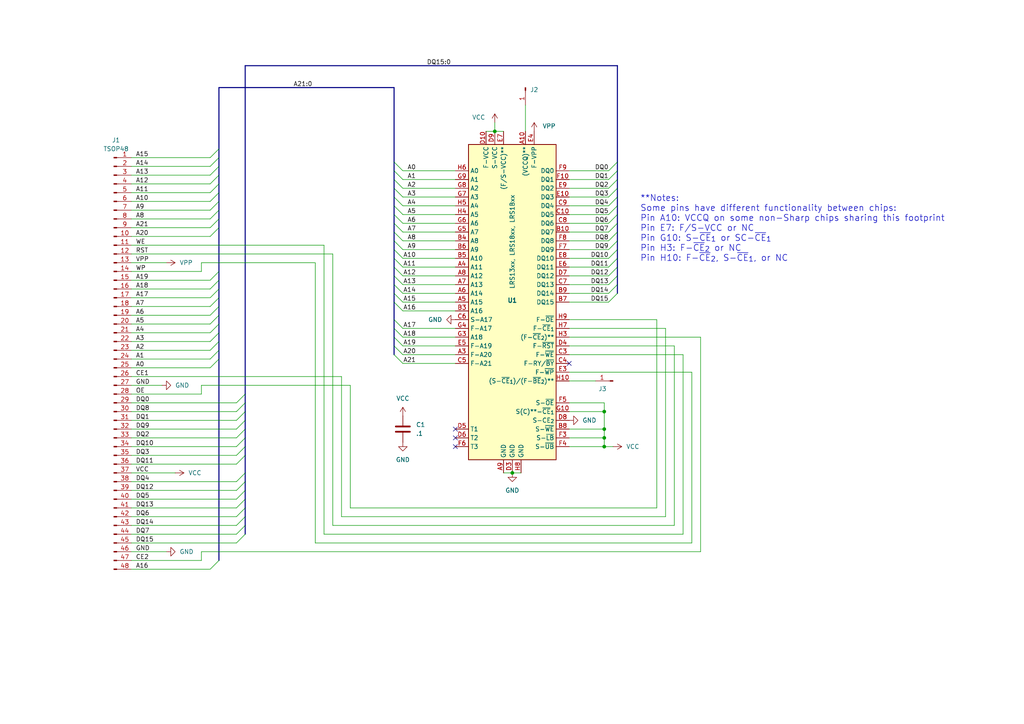
<source format=kicad_sch>
(kicad_sch (version 20231120) (generator "eeschema") (generator_version "8.0")
  (paper "A4")
  (lib_symbols
    (symbol "Connector:Conn_01x01_Pin" (pin_names (offset 1.016) hide)
      (property "Reference" "J" (at 0 2.54 0))
      (property "Value" "Conn_01x01_Pin" (at 0 -2.54 0))
      (symbol "Conn_01x01_Pin_1_1"
        (polyline (pts (xy 1.27 0) (xy 0.8636 0)) (stroke (width 0.1524)))
        (rectangle (start 0.8636 0.127) (end 0 -0.127) (stroke (width 0.1524)) (fill (type outline)))
        (pin passive line (at 5.08 0 180) (length 3.81) (name "Pin_1") (number "1"))
      )
    )
    (symbol "Connector:Conn_01x48_Pin" (pin_names (offset 1.016) hide)
      (property "Reference" "J" (at 0 60.96 0))
      (property "Value" "Conn_01x48_Pin" (at 0 -63.5 0))
      (symbol "Conn_01x48_Pin_1_1"
        (polyline (pts (xy 1.27 -60.96) (xy 0.8636 -60.96)) (stroke (width 0.1524)))
        (polyline (pts (xy 1.27 -58.42) (xy 0.8636 -58.42)) (stroke (width 0.1524)))
        (polyline (pts (xy 1.27 -55.88) (xy 0.8636 -55.88)) (stroke (width 0.1524)))
        (polyline (pts (xy 1.27 -53.34) (xy 0.8636 -53.34)) (stroke (width 0.1524)))
        (polyline (pts (xy 1.27 -50.8) (xy 0.8636 -50.8)) (stroke (width 0.1524)))
        (polyline (pts (xy 1.27 -48.26) (xy 0.8636 -48.26)) (stroke (width 0.1524)))
        (polyline (pts (xy 1.27 -45.72) (xy 0.8636 -45.72)) (stroke (width 0.1524)))
        (polyline (pts (xy 1.27 -43.18) (xy 0.8636 -43.18)) (stroke (width 0.1524)))
        (polyline (pts (xy 1.27 -40.64) (xy 0.8636 -40.64)) (stroke (width 0.1524)))
        (polyline (pts (xy 1.27 -38.1) (xy 0.8636 -38.1)) (stroke (width 0.1524)))
        (polyline (pts (xy 1.27 -35.56) (xy 0.8636 -35.56)) (stroke (width 0.1524)))
        (polyline (pts (xy 1.27 -33.02) (xy 0.8636 -33.02)) (stroke (width 0.1524)))
        (polyline (pts (xy 1.27 -30.48) (xy 0.8636 -30.48)) (stroke (width 0.1524)))
        (polyline (pts (xy 1.27 -27.94) (xy 0.8636 -27.94)) (stroke (width 0.1524)))
        (polyline (pts (xy 1.27 -25.4) (xy 0.8636 -25.4)) (stroke (width 0.1524)))
        (polyline (pts (xy 1.27 -22.86) (xy 0.8636 -22.86)) (stroke (width 0.1524)))
        (polyline (pts (xy 1.27 -20.32) (xy 0.8636 -20.32)) (stroke (width 0.1524)))
        (polyline (pts (xy 1.27 -17.78) (xy 0.8636 -17.78)) (stroke (width 0.1524)))
        (polyline (pts (xy 1.27 -15.24) (xy 0.8636 -15.24)) (stroke (width 0.1524)))
        (polyline (pts (xy 1.27 -12.7) (xy 0.8636 -12.7)) (stroke (width 0.1524)))
        (polyline (pts (xy 1.27 -10.16) (xy 0.8636 -10.16)) (stroke (width 0.1524)))
        (polyline (pts (xy 1.27 -7.62) (xy 0.8636 -7.62)) (stroke (width 0.1524)))
        (polyline (pts (xy 1.27 -5.08) (xy 0.8636 -5.08)) (stroke (width 0.1524)))
        (polyline (pts (xy 1.27 -2.54) (xy 0.8636 -2.54)) (stroke (width 0.1524)))
        (polyline (pts (xy 1.27 0) (xy 0.8636 0)) (stroke (width 0.1524)))
        (polyline (pts (xy 1.27 2.54) (xy 0.8636 2.54)) (stroke (width 0.1524)))
        (polyline (pts (xy 1.27 5.08) (xy 0.8636 5.08)) (stroke (width 0.1524)))
        (polyline (pts (xy 1.27 7.62) (xy 0.8636 7.62)) (stroke (width 0.1524)))
        (polyline (pts (xy 1.27 10.16) (xy 0.8636 10.16)) (stroke (width 0.1524)))
        (polyline (pts (xy 1.27 12.7) (xy 0.8636 12.7)) (stroke (width 0.1524)))
        (polyline (pts (xy 1.27 15.24) (xy 0.8636 15.24)) (stroke (width 0.1524)))
        (polyline (pts (xy 1.27 17.78) (xy 0.8636 17.78)) (stroke (width 0.1524)))
        (polyline (pts (xy 1.27 20.32) (xy 0.8636 20.32)) (stroke (width 0.1524)))
        (polyline (pts (xy 1.27 22.86) (xy 0.8636 22.86)) (stroke (width 0.1524)))
        (polyline (pts (xy 1.27 25.4) (xy 0.8636 25.4)) (stroke (width 0.1524)))
        (polyline (pts (xy 1.27 27.94) (xy 0.8636 27.94)) (stroke (width 0.1524)))
        (polyline (pts (xy 1.27 30.48) (xy 0.8636 30.48)) (stroke (width 0.1524)))
        (polyline (pts (xy 1.27 33.02) (xy 0.8636 33.02)) (stroke (width 0.1524)))
        (polyline (pts (xy 1.27 35.56) (xy 0.8636 35.56)) (stroke (width 0.1524)))
        (polyline (pts (xy 1.27 38.1) (xy 0.8636 38.1)) (stroke (width 0.1524)))
        (polyline (pts (xy 1.27 40.64) (xy 0.8636 40.64)) (stroke (width 0.1524)))
        (polyline (pts (xy 1.27 43.18) (xy 0.8636 43.18)) (stroke (width 0.1524)))
        (polyline (pts (xy 1.27 45.72) (xy 0.8636 45.72)) (stroke (width 0.1524)))
        (polyline (pts (xy 1.27 48.26) (xy 0.8636 48.26)) (stroke (width 0.1524)))
        (polyline (pts (xy 1.27 50.8) (xy 0.8636 50.8)) (stroke (width 0.1524)))
        (polyline (pts (xy 1.27 53.34) (xy 0.8636 53.34)) (stroke (width 0.1524)))
        (polyline (pts (xy 1.27 55.88) (xy 0.8636 55.88)) (stroke (width 0.1524)))
        (polyline (pts (xy 1.27 58.42) (xy 0.8636 58.42)) (stroke (width 0.1524)))
        (rectangle (start 0.8636 -60.833) (end 0 -61.087) (stroke (width 0.1524)) (fill (type outline)))
        (rectangle (start 0.8636 -58.293) (end 0 -58.547) (stroke (width 0.1524)) (fill (type outline)))
        (rectangle (start 0.8636 -55.753) (end 0 -56.007) (stroke (width 0.1524)) (fill (type outline)))
        (rectangle (start 0.8636 -53.213) (end 0 -53.467) (stroke (width 0.1524)) (fill (type outline)))
        (rectangle (start 0.8636 -50.673) (end 0 -50.927) (stroke (width 0.1524)) (fill (type outline)))
        (rectangle (start 0.8636 -48.133) (end 0 -48.387) (stroke (width 0.1524)) (fill (type outline)))
        (rectangle (start 0.8636 -45.593) (end 0 -45.847) (stroke (width 0.1524)) (fill (type outline)))
        (rectangle (start 0.8636 -43.053) (end 0 -43.307) (stroke (width 0.1524)) (fill (type outline)))
        (rectangle (start 0.8636 -40.513) (end 0 -40.767) (stroke (width 0.1524)) (fill (type outline)))
        (rectangle (start 0.8636 -37.973) (end 0 -38.227) (stroke (width 0.1524)) (fill (type outline)))
        (rectangle (start 0.8636 -35.433) (end 0 -35.687) (stroke (width 0.1524)) (fill (type outline)))
        (rectangle (start 0.8636 -32.893) (end 0 -33.147) (stroke (width 0.1524)) (fill (type outline)))
        (rectangle (start 0.8636 -30.353) (end 0 -30.607) (stroke (width 0.1524)) (fill (type outline)))
        (rectangle (start 0.8636 -27.813) (end 0 -28.067) (stroke (width 0.1524)) (fill (type outline)))
        (rectangle (start 0.8636 -25.273) (end 0 -25.527) (stroke (width 0.1524)) (fill (type outline)))
        (rectangle (start 0.8636 -22.733) (end 0 -22.987) (stroke (width 0.1524)) (fill (type outline)))
        (rectangle (start 0.8636 -20.193) (end 0 -20.447) (stroke (width 0.1524)) (fill (type outline)))
        (rectangle (start 0.8636 -17.653) (end 0 -17.907) (stroke (width 0.1524)) (fill (type outline)))
        (rectangle (start 0.8636 -15.113) (end 0 -15.367) (stroke (width 0.1524)) (fill (type outline)))
        (rectangle (start 0.8636 -12.573) (end 0 -12.827) (stroke (width 0.1524)) (fill (type outline)))
        (rectangle (start 0.8636 -10.033) (end 0 -10.287) (stroke (width 0.1524)) (fill (type outline)))
        (rectangle (start 0.8636 -7.493) (end 0 -7.747) (stroke (width 0.1524)) (fill (type outline)))
        (rectangle (start 0.8636 -4.953) (end 0 -5.207) (stroke (width 0.1524)) (fill (type outline)))
        (rectangle (start 0.8636 -2.413) (end 0 -2.667) (stroke (width 0.1524)) (fill (type outline)))
        (rectangle (start 0.8636 0.127) (end 0 -0.127) (stroke (width 0.1524)) (fill (type outline)))
        (rectangle (start 0.8636 2.667) (end 0 2.413) (stroke (width 0.1524)) (fill (type outline)))
        (rectangle (start 0.8636 5.207) (end 0 4.953) (stroke (width 0.1524)) (fill (type outline)))
        (rectangle (start 0.8636 7.747) (end 0 7.493) (stroke (width 0.1524)) (fill (type outline)))
        (rectangle (start 0.8636 10.287) (end 0 10.033) (stroke (width 0.1524)) (fill (type outline)))
        (rectangle (start 0.8636 12.827) (end 0 12.573) (stroke (width 0.1524)) (fill (type outline)))
        (rectangle (start 0.8636 15.367) (end 0 15.113) (stroke (width 0.1524)) (fill (type outline)))
        (rectangle (start 0.8636 17.907) (end 0 17.653) (stroke (width 0.1524)) (fill (type outline)))
        (rectangle (start 0.8636 20.447) (end 0 20.193) (stroke (width 0.1524)) (fill (type outline)))
        (rectangle (start 0.8636 22.987) (end 0 22.733) (stroke (width 0.1524)) (fill (type outline)))
        (rectangle (start 0.8636 25.527) (end 0 25.273) (stroke (width 0.1524)) (fill (type outline)))
        (rectangle (start 0.8636 28.067) (end 0 27.813) (stroke (width 0.1524)) (fill (type outline)))
        (rectangle (start 0.8636 30.607) (end 0 30.353) (stroke (width 0.1524)) (fill (type outline)))
        (rectangle (start 0.8636 33.147) (end 0 32.893) (stroke (width 0.1524)) (fill (type outline)))
        (rectangle (start 0.8636 35.687) (end 0 35.433) (stroke (width 0.1524)) (fill (type outline)))
        (rectangle (start 0.8636 38.227) (end 0 37.973) (stroke (width 0.1524)) (fill (type outline)))
        (rectangle (start 0.8636 40.767) (end 0 40.513) (stroke (width 0.1524)) (fill (type outline)))
        (rectangle (start 0.8636 43.307) (end 0 43.053) (stroke (width 0.1524)) (fill (type outline)))
        (rectangle (start 0.8636 45.847) (end 0 45.593) (stroke (width 0.1524)) (fill (type outline)))
        (rectangle (start 0.8636 48.387) (end 0 48.133) (stroke (width 0.1524)) (fill (type outline)))
        (rectangle (start 0.8636 50.927) (end 0 50.673) (stroke (width 0.1524)) (fill (type outline)))
        (rectangle (start 0.8636 53.467) (end 0 53.213) (stroke (width 0.1524)) (fill (type outline)))
        (rectangle (start 0.8636 56.007) (end 0 55.753) (stroke (width 0.1524)) (fill (type outline)))
        (rectangle (start 0.8636 58.547) (end 0 58.293) (stroke (width 0.1524)) (fill (type outline)))
        (pin passive line (at 5.08 58.42 180) (length 3.81) (name "Pin_1") (number "1"))
        (pin passive line (at 5.08 35.56 180) (length 3.81) (name "Pin_10") (number "10"))
        (pin passive line (at 5.08 33.02 180) (length 3.81) (name "Pin_11") (number "11"))
        (pin passive line (at 5.08 30.48 180) (length 3.81) (name "Pin_12") (number "12"))
        (pin passive line (at 5.08 27.94 180) (length 3.81) (name "Pin_13") (number "13"))
        (pin passive line (at 5.08 25.4 180) (length 3.81) (name "Pin_14") (number "14"))
        (pin passive line (at 5.08 22.86 180) (length 3.81) (name "Pin_15") (number "15"))
        (pin passive line (at 5.08 20.32 180) (length 3.81) (name "Pin_16") (number "16"))
        (pin passive line (at 5.08 17.78 180) (length 3.81) (name "Pin_17") (number "17"))
        (pin passive line (at 5.08 15.24 180) (length 3.81) (name "Pin_18") (number "18"))
        (pin passive line (at 5.08 12.7 180) (length 3.81) (name "Pin_19") (number "19"))
        (pin passive line (at 5.08 55.88 180) (length 3.81) (name "Pin_2") (number "2"))
        (pin passive line (at 5.08 10.16 180) (length 3.81) (name "Pin_20") (number "20"))
        (pin passive line (at 5.08 7.62 180) (length 3.81) (name "Pin_21") (number "21"))
        (pin passive line (at 5.08 5.08 180) (length 3.81) (name "Pin_22") (number "22"))
        (pin passive line (at 5.08 2.54 180) (length 3.81) (name "Pin_23") (number "23"))
        (pin passive line (at 5.08 0 180) (length 3.81) (name "Pin_24") (number "24"))
        (pin passive line (at 5.08 -2.54 180) (length 3.81) (name "Pin_25") (number "25"))
        (pin passive line (at 5.08 -5.08 180) (length 3.81) (name "Pin_26") (number "26"))
        (pin passive line (at 5.08 -7.62 180) (length 3.81) (name "Pin_27") (number "27"))
        (pin passive line (at 5.08 -10.16 180) (length 3.81) (name "Pin_28") (number "28"))
        (pin passive line (at 5.08 -12.7 180) (length 3.81) (name "Pin_29") (number "29"))
        (pin passive line (at 5.08 53.34 180) (length 3.81) (name "Pin_3") (number "3"))
        (pin passive line (at 5.08 -15.24 180) (length 3.81) (name "Pin_30") (number "30"))
        (pin passive line (at 5.08 -17.78 180) (length 3.81) (name "Pin_31") (number "31"))
        (pin passive line (at 5.08 -20.32 180) (length 3.81) (name "Pin_32") (number "32"))
        (pin passive line (at 5.08 -22.86 180) (length 3.81) (name "Pin_33") (number "33"))
        (pin passive line (at 5.08 -25.4 180) (length 3.81) (name "Pin_34") (number "34"))
        (pin passive line (at 5.08 -27.94 180) (length 3.81) (name "Pin_35") (number "35"))
        (pin passive line (at 5.08 -30.48 180) (length 3.81) (name "Pin_36") (number "36"))
        (pin passive line (at 5.08 -33.02 180) (length 3.81) (name "Pin_37") (number "37"))
        (pin passive line (at 5.08 -35.56 180) (length 3.81) (name "Pin_38") (number "38"))
        (pin passive line (at 5.08 -38.1 180) (length 3.81) (name "Pin_39") (number "39"))
        (pin passive line (at 5.08 50.8 180) (length 3.81) (name "Pin_4") (number "4"))
        (pin passive line (at 5.08 -40.64 180) (length 3.81) (name "Pin_40") (number "40"))
        (pin passive line (at 5.08 -43.18 180) (length 3.81) (name "Pin_41") (number "41"))
        (pin passive line (at 5.08 -45.72 180) (length 3.81) (name "Pin_42") (number "42"))
        (pin passive line (at 5.08 -48.26 180) (length 3.81) (name "Pin_43") (number "43"))
        (pin passive line (at 5.08 -50.8 180) (length 3.81) (name "Pin_44") (number "44"))
        (pin passive line (at 5.08 -53.34 180) (length 3.81) (name "Pin_45") (number "45"))
        (pin passive line (at 5.08 -55.88 180) (length 3.81) (name "Pin_46") (number "46"))
        (pin passive line (at 5.08 -58.42 180) (length 3.81) (name "Pin_47") (number "47"))
        (pin passive line (at 5.08 -60.96 180) (length 3.81) (name "Pin_48") (number "48"))
        (pin passive line (at 5.08 48.26 180) (length 3.81) (name "Pin_5") (number "5"))
        (pin passive line (at 5.08 45.72 180) (length 3.81) (name "Pin_6") (number "6"))
        (pin passive line (at 5.08 43.18 180) (length 3.81) (name "Pin_7") (number "7"))
        (pin passive line (at 5.08 40.64 180) (length 3.81) (name "Pin_8") (number "8"))
        (pin passive line (at 5.08 38.1 180) (length 3.81) (name "Pin_9") (number "9"))
      )
    )
    (symbol "Device:C" (pin_numbers hide) (pin_names (offset 0.254))
      (property "Reference" "C" (at 0.635 2.54 0))
      (property "Value" "C" (at 0.635 -2.54 0))
      (symbol "C_0_1"
        (polyline (pts (xy -2.032 -0.762) (xy 2.032 -0.762)) (stroke (width 0.508)))
        (polyline (pts (xy -2.032 0.762) (xy 2.032 0.762)) (stroke (width 0.508)))
      )
      (symbol "C_1_1"
        (pin passive line (at 0 3.81 270) (length 2.794) (name "~") (number "1"))
        (pin passive line (at 0 -3.81 90) (length 2.794) (name "~") (number "2"))
      )
    )
    (symbol "RMW_ICs:LRS1Bxx"
      (property "Reference" "U" (at 0 0 0))
      (symbol "LRS1Bxx_1_1"
        (rectangle (start -12.7 45.72) (end 12.7 -45.72) (stroke (width 0.254)) (fill (type background)))
        (pin passive line (at 3.81 49.53 270) (length 3.81) (name "(VCCQ)**") (number "A10"))
        (pin passive line (at -16.51 -15.24 0) (length 3.81) (name "F-A20") (number "A3"))
        (pin passive line (at -16.51 10.16 0) (length 3.81) (name "A11") (number "A4"))
        (pin passive line (at -16.51 0 0) (length 3.81) (name "A15") (number "A5"))
        (pin passive line (at -16.51 2.54 0) (length 3.81) (name "A14") (number "A6"))
        (pin passive line (at -16.51 5.08 0) (length 3.81) (name "A13") (number "A7"))
        (pin passive line (at -16.51 7.62 0) (length 3.81) (name "A12") (number "A8"))
        (pin passive line (at -2.54 -49.53 90) (length 3.81) (name "GND") (number "A9"))
        (pin passive line (at 16.51 20.32 180) (length 3.81) (name "DQ7") (number "B10"))
        (pin passive line (at -16.51 -2.54 0) (length 3.81) (name "A16") (number "B3"))
        (pin passive line (at -16.51 17.78 0) (length 3.81) (name "A8") (number "B4"))
        (pin passive line (at -16.51 12.7 0) (length 3.81) (name "A10") (number "B5"))
        (pin passive line (at -16.51 15.24 0) (length 3.81) (name "A9") (number "B6"))
        (pin passive line (at 16.51 0 180) (length 3.81) (name "DQ15") (number "B7"))
        (pin passive line (at 16.51 -36.83 180) (length 3.81) (name "S-~{WE}") (number "B8"))
        (pin passive line (at 16.51 2.54 180) (length 3.81) (name "DQ14") (number "B9"))
        (pin passive line (at 16.51 25.4 180) (length 3.81) (name "DQ5") (number "C10"))
        (pin passive line (at 16.51 -15.24 180) (length 3.81) (name "F-~{WE}") (number "C3"))
        (pin passive line (at 16.51 -17.78 180) (length 3.81) (name "F-RY/~{BY}") (number "C4"))
        (pin passive line (at -16.51 -17.78 0) (length 3.81) (name "F-A21") (number "C5"))
        (pin passive line (at -16.51 -5.08 0) (length 3.81) (name "S-A17") (number "C6"))
        (pin passive line (at 16.51 5.08 180) (length 3.81) (name "DQ13") (number "C7"))
        (pin passive line (at 16.51 22.86 180) (length 3.81) (name "DQ6") (number "C8"))
        (pin passive line (at 16.51 27.94 180) (length 3.81) (name "DQ4") (number "C9"))
        (pin passive line (at -7.62 49.53 270) (length 3.81) (name "F-VCC") (number "D10"))
        (pin passive line (at 0 -49.53 90) (length 3.81) (name "GND") (number "D3"))
        (pin passive line (at 16.51 -12.7 180) (length 3.81) (name "F-~{RST}") (number "D4"))
        (pin passive line (at -16.51 -36.83 0) (length 3.81) (name "T1") (number "D5"))
        (pin passive line (at -16.51 -39.37 0) (length 3.81) (name "T2") (number "D6"))
        (pin passive line (at 16.51 7.62 180) (length 3.81) (name "DQ12") (number "D7"))
        (pin passive line (at 16.51 -34.29 180) (length 3.81) (name "S-CE_{2}") (number "D8"))
        (pin passive line (at -5.08 49.53 270) (length 3.81) (name "S-VCC") (number "D9"))
        (pin passive line (at 16.51 30.48 180) (length 3.81) (name "DQ3") (number "E10"))
        (pin passive line (at 16.51 -20.32 180) (length 3.81) (name "F-~{WP}") (number "E3"))
        (pin passive line (at 6.35 49.53 270) (length 3.81) (name "F-VPP") (number "E4"))
        (pin passive line (at -16.51 -12.7 0) (length 3.81) (name "F-A19") (number "E5"))
        (pin passive line (at 16.51 10.16 180) (length 3.81) (name "DQ11") (number "E6"))
        (pin passive line (at -2.54 49.53 270) (length 3.81) (name "(F/S-VCC)**") (number "E7"))
        (pin passive line (at 16.51 12.7 180) (length 3.81) (name "DQ10") (number "E8"))
        (pin passive line (at 16.51 33.02 180) (length 3.81) (name "DQ2") (number "E9"))
        (pin passive line (at 16.51 35.56 180) (length 3.81) (name "DQ1") (number "F10"))
        (pin passive line (at 16.51 -39.37 180) (length 3.81) (name "S-~{LB}") (number "F3"))
        (pin passive line (at 16.51 -41.91 180) (length 3.81) (name "S-~{UB}") (number "F4"))
        (pin passive line (at 16.51 -29.21 180) (length 3.81) (name "S-~{OE}") (number "F5"))
        (pin passive line (at -16.51 -41.91 0) (length 3.81) (name "T3") (number "F6"))
        (pin passive line (at 16.51 15.24 180) (length 3.81) (name "DQ9") (number "F7"))
        (pin passive line (at 16.51 17.78 180) (length 3.81) (name "DQ8") (number "F8"))
        (pin passive line (at 16.51 38.1 180) (length 3.81) (name "DQ0") (number "F9"))
        (pin passive line (at 16.51 -31.75 180) (length 3.81) (name "S(C)**-~{CE}_{1}") (number "G10"))
        (pin passive line (at -16.51 -10.16 0) (length 3.81) (name "A18") (number "G3"))
        (pin passive line (at -16.51 -7.62 0) (length 3.81) (name "F-A17") (number "G4"))
        (pin passive line (at -16.51 20.32 0) (length 3.81) (name "A7") (number "G5"))
        (pin passive line (at -16.51 22.86 0) (length 3.81) (name "A6") (number "G6"))
        (pin passive line (at -16.51 30.48 0) (length 3.81) (name "A3") (number "G7"))
        (pin passive line (at -16.51 33.02 0) (length 3.81) (name "A2") (number "G8"))
        (pin passive line (at -16.51 35.56 0) (length 3.81) (name "A1") (number "G9"))
        (pin passive line (at 16.51 -22.86 180) (length 3.81) (name "(S-~{CE}_{1})/(F-~{BE}_{2})**") (number "H10"))
        (pin passive line (at 16.51 -10.16 180) (length 3.81) (name "(F-~{CE}_{2})**") (number "H3"))
        (pin passive line (at -16.51 25.4 0) (length 3.81) (name "A5") (number "H4"))
        (pin passive line (at -16.51 27.94 0) (length 3.81) (name "A4") (number "H5"))
        (pin passive line (at -16.51 38.1 0) (length 3.81) (name "A0") (number "H6"))
        (pin passive line (at 16.51 -7.62 180) (length 3.81) (name "F-~{CE}_{1}") (number "H7"))
        (pin passive line (at 2.54 -49.53 90) (length 3.81) (name "GND") (number "H8"))
        (pin passive line (at 16.51 -5.08 180) (length 3.81) (name "F-~{OE}") (number "H9"))
      )
    )
    (symbol "power:GND" (power) (pin_numbers hide) (pin_names (offset 0) hide)
      (property "Value" "GND" (at 0 -3.81 0))
      (symbol "GND_0_1"
        (polyline (pts (xy 0 0) (xy 0 -1.27) (xy 1.27 -1.27) (xy 0 -2.54) (xy -1.27 -1.27) (xy 0 -1.27)))
      )
      (symbol "GND_1_1"
        (pin power_in line (at 0 0 270) (length 0) (name "~") (number "1"))
      )
    )
    (symbol "power:VCC" (power) (pin_numbers hide) (pin_names (offset 0) hide)
      (property "Value" "VCC" (at 0 3.556 0))
      (symbol "VCC_0_1"
        (polyline (pts (xy -0.762 1.27) (xy 0 2.54)))
        (polyline (pts (xy 0 0) (xy 0 2.54)))
        (polyline (pts (xy 0 2.54) (xy 0.762 1.27)))
      )
      (symbol "VCC_1_1"
        (pin power_in line (at 0 0 90) (length 0) (name "~") (number "1"))
      )
    )
    (symbol "power:VPP" (power) (pin_numbers hide) (pin_names (offset 0) hide)
      (property "Value" "VPP" (at 0 3.556 0))
      (symbol "VPP_0_1"
        (polyline (pts (xy -0.762 1.27) (xy 0 2.54)))
        (polyline (pts (xy 0 0) (xy 0 2.54)))
        (polyline (pts (xy 0 2.54) (xy 0.762 1.27)))
      )
      (symbol "VPP_1_1"
        (pin power_in line (at 0 0 90) (length 0) (name "~") (number "1"))
      )
    )
  )
  (junction (at 148.59 137.16))
  (junction (at 175.26 129.54))
  (junction (at 143.51 38.1))
  (junction (at 175.26 127))
  (junction (at 175.26 124.46))
  (junction (at 175.26 119.38))
  (no_connect (at 132.08 129.54))
  (no_connect (at 132.08 124.46))
  (no_connect (at 132.08 127))
  (no_connect (at 165.1 105.41))
  (bus_entry (at 60.96 55.88) (size 2.54 -2.54))
  (bus_entry (at 60.96 50.8) (size 2.54 -2.54))
  (bus_entry (at 60.96 96.52) (size 2.54 -2.54))
  (bus_entry (at 116.84 49.53) (size -2.54 -2.54))
  (bus_entry (at 68.58 147.32) (size 2.54 -2.54))
  (bus_entry (at 60.96 83.82) (size 2.54 -2.54))
  (bus_entry (at 60.96 101.6) (size 2.54 -2.54))
  (bus_entry (at 114.3 100.33) (size 2.54 2.54))
  (bus_entry (at 179.07 80.01) (size -2.54 2.54))
  (bus_entry (at 114.3 74.93) (size 2.54 2.54))
  (bus_entry (at 114.3 69.85) (size 2.54 2.54))
  (bus_entry (at 176.53 74.93) (size 2.54 -2.54))
  (bus_entry (at 179.07 57.15) (size -2.54 2.54))
  (bus_entry (at 116.84 64.77) (size -2.54 -2.54))
  (bus_entry (at 60.96 53.34) (size 2.54 -2.54))
  (bus_entry (at 176.53 52.07) (size 2.54 -2.54))
  (bus_entry (at 176.53 69.85) (size 2.54 -2.54))
  (bus_entry (at 179.07 85.09) (size -2.54 2.54))
  (bus_entry (at 60.96 68.58) (size 2.54 -2.54))
  (bus_entry (at 116.84 95.25) (size -2.54 -2.54))
  (bus_entry (at 60.96 45.72) (size 2.54 -2.54))
  (bus_entry (at 60.96 91.44) (size 2.54 -2.54))
  (bus_entry (at 116.84 62.23) (size -2.54 -2.54))
  (bus_entry (at 179.07 59.69) (size -2.54 2.54))
  (bus_entry (at 116.84 54.61) (size -2.54 -2.54))
  (bus_entry (at 176.53 77.47) (size 2.54 -2.54))
  (bus_entry (at 68.58 142.24) (size 2.54 -2.54))
  (bus_entry (at 60.96 58.42) (size 2.54 -2.54))
  (bus_entry (at 116.84 57.15) (size -2.54 -2.54))
  (bus_entry (at 68.58 152.4) (size 2.54 -2.54))
  (bus_entry (at 68.58 121.92) (size 2.54 -2.54))
  (bus_entry (at 71.12 114.3) (size -2.54 2.54))
  (bus_entry (at 114.3 67.31) (size 2.54 2.54))
  (bus_entry (at 60.96 66.04) (size 2.54 -2.54))
  (bus_entry (at 60.96 88.9) (size 2.54 -2.54))
  (bus_entry (at 179.07 62.23) (size -2.54 2.54))
  (bus_entry (at 176.53 72.39) (size 2.54 -2.54))
  (bus_entry (at 116.84 52.07) (size -2.54 -2.54))
  (bus_entry (at 114.3 77.47) (size 2.54 2.54))
  (bus_entry (at 68.58 127) (size 2.54 -2.54))
  (bus_entry (at 68.58 129.54) (size 2.54 -2.54))
  (bus_entry (at 114.3 80.01) (size 2.54 2.54))
  (bus_entry (at 60.96 60.96) (size 2.54 -2.54))
  (bus_entry (at 60.96 48.26) (size 2.54 -2.54))
  (bus_entry (at 179.07 64.77) (size -2.54 2.54))
  (bus_entry (at 116.84 67.31) (size -2.54 -2.54))
  (bus_entry (at 60.96 106.68) (size 2.54 -2.54))
  (bus_entry (at 114.3 87.63) (size 2.54 2.54))
  (bus_entry (at 60.96 86.36) (size 2.54 -2.54))
  (bus_entry (at 60.96 99.06) (size 2.54 -2.54))
  (bus_entry (at 68.58 134.62) (size 2.54 -2.54))
  (bus_entry (at 68.58 119.38) (size 2.54 -2.54))
  (bus_entry (at 60.96 165.1) (size 2.54 -2.54))
  (bus_entry (at 68.58 157.48) (size 2.54 -2.54))
  (bus_entry (at 68.58 124.46) (size 2.54 -2.54))
  (bus_entry (at 68.58 132.08) (size 2.54 -2.54))
  (bus_entry (at 114.3 102.87) (size 2.54 2.54))
  (bus_entry (at 60.96 63.5) (size 2.54 -2.54))
  (bus_entry (at 60.96 104.14) (size 2.54 -2.54))
  (bus_entry (at 60.96 93.98) (size 2.54 -2.54))
  (bus_entry (at 176.53 54.61) (size 2.54 -2.54))
  (bus_entry (at 176.53 49.53) (size 2.54 -2.54))
  (bus_entry (at 68.58 139.7) (size 2.54 -2.54))
  (bus_entry (at 176.53 57.15) (size 2.54 -2.54))
  (bus_entry (at 68.58 154.94) (size 2.54 -2.54))
  (bus_entry (at 68.58 144.78) (size 2.54 -2.54))
  (bus_entry (at 60.96 81.28) (size 2.54 -2.54))
  (bus_entry (at 116.84 97.79) (size -2.54 -2.54))
  (bus_entry (at 116.84 59.69) (size -2.54 -2.54))
  (bus_entry (at 116.84 100.33) (size -2.54 -2.54))
  (bus_entry (at 114.3 85.09) (size 2.54 2.54))
  (bus_entry (at 114.3 72.39) (size 2.54 2.54))
  (bus_entry (at 179.07 77.47) (size -2.54 2.54))
  (bus_entry (at 114.3 82.55) (size 2.54 2.54))
  (bus_entry (at 179.07 82.55) (size -2.54 2.54))
  (bus_entry (at 68.58 149.86) (size 2.54 -2.54))
  (bus (pts (xy 114.3 49.53) (xy 114.3 52.07)))
  (bus (pts (xy 114.3 95.25) (xy 114.3 97.79)))
  (bus (pts (xy 63.5 86.36) (xy 63.5 88.9)))
  (wire (pts (xy 116.84 77.47) (xy 132.08 77.47)))
  (bus (pts (xy 114.3 77.47) (xy 114.3 74.93)))
  (wire (pts (xy 38.1 139.7) (xy 68.58 139.7)))
  (wire (pts (xy 165.1 127) (xy 175.26 127)))
  (wire (pts (xy 198.12 154.94) (xy 198.12 102.87)))
  (wire (pts (xy 165.1 54.61) (xy 176.53 54.61)))
  (wire (pts (xy 193.04 149.86) (xy 193.04 95.25)))
  (bus (pts (xy 63.5 96.52) (xy 63.5 99.06)))
  (bus (pts (xy 63.5 60.96) (xy 63.5 63.5)))
  (bus (pts (xy 63.5 83.82) (xy 63.5 86.36)))
  (bus (pts (xy 71.12 142.24) (xy 71.12 139.7)))
  (bus (pts (xy 71.12 124.46) (xy 71.12 121.92)))
  (wire (pts (xy 60.96 58.42) (xy 38.1 58.42)))
  (wire (pts (xy 38.1 55.88) (xy 60.96 55.88)))
  (wire (pts (xy 132.08 49.53) (xy 116.84 49.53)))
  (wire (pts (xy 165.1 80.01) (xy 176.53 80.01)))
  (wire (pts (xy 48.26 76.2) (xy 38.1 76.2)))
  (bus (pts (xy 179.07 69.85) (xy 179.07 72.39)))
  (wire (pts (xy 195.58 152.4) (xy 195.58 100.33)))
  (wire (pts (xy 91.44 76.2) (xy 91.44 157.48)))
  (bus (pts (xy 63.5 43.18) (xy 63.5 45.72)))
  (wire (pts (xy 165.1 67.31) (xy 176.53 67.31)))
  (wire (pts (xy 165.1 116.84) (xy 175.26 116.84)))
  (wire (pts (xy 38.1 109.22) (xy 99.06 109.22)))
  (bus (pts (xy 71.12 19.05) (xy 179.07 19.05)))
  (wire (pts (xy 38.1 99.06) (xy 60.96 99.06)))
  (wire (pts (xy 99.06 109.22) (xy 99.06 149.86)))
  (wire (pts (xy 116.84 102.87) (xy 132.08 102.87)))
  (wire (pts (xy 132.08 97.79) (xy 116.84 97.79)))
  (bus (pts (xy 63.5 58.42) (xy 63.5 60.96)))
  (wire (pts (xy 60.96 66.04) (xy 38.1 66.04)))
  (wire (pts (xy 132.08 95.25) (xy 116.84 95.25)))
  (bus (pts (xy 63.5 104.14) (xy 63.5 162.56)))
  (wire (pts (xy 165.1 129.54) (xy 175.26 129.54)))
  (wire (pts (xy 190.5 147.32) (xy 190.5 92.71)))
  (bus (pts (xy 63.5 91.44) (xy 63.5 93.98)))
  (bus (pts (xy 179.07 64.77) (xy 179.07 62.23)))
  (wire (pts (xy 60.96 48.26) (xy 38.1 48.26)))
  (bus (pts (xy 63.5 78.74) (xy 63.5 81.28)))
  (wire (pts (xy 132.08 100.33) (xy 116.84 100.33)))
  (bus (pts (xy 71.12 121.92) (xy 71.12 119.38)))
  (bus (pts (xy 63.5 53.34) (xy 63.5 55.88)))
  (wire (pts (xy 116.84 72.39) (xy 132.08 72.39)))
  (bus (pts (xy 114.3 92.71) (xy 114.3 95.25)))
  (bus (pts (xy 114.3 54.61) (xy 114.3 57.15)))
  (bus (pts (xy 63.5 50.8) (xy 63.5 53.34)))
  (wire (pts (xy 38.1 116.84) (xy 68.58 116.84)))
  (bus (pts (xy 114.3 97.79) (xy 114.3 100.33)))
  (wire (pts (xy 58.42 76.2) (xy 91.44 76.2)))
  (bus (pts (xy 71.12 144.78) (xy 71.12 142.24)))
  (wire (pts (xy 175.26 119.38) (xy 175.26 124.46)))
  (wire (pts (xy 132.08 59.69) (xy 116.84 59.69)))
  (wire (pts (xy 116.84 105.41) (xy 132.08 105.41)))
  (wire (pts (xy 116.84 69.85) (xy 132.08 69.85)))
  (wire (pts (xy 165.1 119.38) (xy 175.26 119.38)))
  (wire (pts (xy 116.84 82.55) (xy 132.08 82.55)))
  (wire (pts (xy 60.96 60.96) (xy 38.1 60.96)))
  (wire (pts (xy 58.42 114.3) (xy 58.42 111.76)))
  (wire (pts (xy 165.1 72.39) (xy 176.53 72.39)))
  (bus (pts (xy 63.5 88.9) (xy 63.5 91.44)))
  (wire (pts (xy 58.42 160.02) (xy 203.2 160.02)))
  (bus (pts (xy 114.3 87.63) (xy 114.3 85.09)))
  (bus (pts (xy 114.3 52.07) (xy 114.3 54.61)))
  (bus (pts (xy 179.07 67.31) (xy 179.07 69.85)))
  (wire (pts (xy 143.51 35.56) (xy 143.51 38.1)))
  (wire (pts (xy 60.96 165.1) (xy 38.1 165.1)))
  (bus (pts (xy 114.3 77.47) (xy 114.3 80.01)))
  (bus (pts (xy 114.3 46.99) (xy 114.3 49.53)))
  (wire (pts (xy 38.1 111.76) (xy 46.99 111.76)))
  (wire (pts (xy 38.1 157.48) (xy 68.58 157.48)))
  (wire (pts (xy 132.08 52.07) (xy 116.84 52.07)))
  (wire (pts (xy 165.1 85.09) (xy 176.53 85.09)))
  (wire (pts (xy 38.1 101.6) (xy 60.96 101.6)))
  (bus (pts (xy 179.07 77.47) (xy 179.07 80.01)))
  (bus (pts (xy 71.12 119.38) (xy 71.12 116.84)))
  (wire (pts (xy 175.26 116.84) (xy 175.26 119.38)))
  (wire (pts (xy 60.96 53.34) (xy 38.1 53.34)))
  (wire (pts (xy 101.6 147.32) (xy 190.5 147.32)))
  (wire (pts (xy 165.1 57.15) (xy 176.53 57.15)))
  (bus (pts (xy 179.07 74.93) (xy 179.07 77.47)))
  (wire (pts (xy 38.1 86.36) (xy 60.96 86.36)))
  (bus (pts (xy 71.12 137.16) (xy 71.12 132.08)))
  (bus (pts (xy 179.07 54.61) (xy 179.07 52.07)))
  (wire (pts (xy 38.1 127) (xy 68.58 127)))
  (wire (pts (xy 91.44 157.48) (xy 200.66 157.48)))
  (wire (pts (xy 38.1 134.62) (xy 68.58 134.62)))
  (wire (pts (xy 165.1 59.69) (xy 176.53 59.69)))
  (wire (pts (xy 195.58 100.33) (xy 165.1 100.33)))
  (bus (pts (xy 71.12 127) (xy 71.12 124.46)))
  (bus (pts (xy 63.5 55.88) (xy 63.5 58.42)))
  (bus (pts (xy 114.3 69.85) (xy 114.3 67.31)))
  (wire (pts (xy 38.1 142.24) (xy 68.58 142.24)))
  (wire (pts (xy 165.1 49.53) (xy 176.53 49.53)))
  (bus (pts (xy 179.07 59.69) (xy 179.07 62.23)))
  (bus (pts (xy 114.3 87.63) (xy 114.3 92.71)))
  (bus (pts (xy 114.3 85.09) (xy 114.3 82.55)))
  (bus (pts (xy 114.3 64.77) (xy 114.3 67.31)))
  (wire (pts (xy 38.1 78.74) (xy 58.42 78.74)))
  (bus (pts (xy 71.12 152.4) (xy 71.12 149.86)))
  (bus (pts (xy 63.5 66.04) (xy 63.5 78.74)))
  (bus (pts (xy 114.3 62.23) (xy 114.3 64.77)))
  (wire (pts (xy 38.1 114.3) (xy 58.42 114.3)))
  (bus (pts (xy 71.12 139.7) (xy 71.12 137.16)))
  (wire (pts (xy 165.1 62.23) (xy 176.53 62.23)))
  (wire (pts (xy 165.1 124.46) (xy 175.26 124.46)))
  (wire (pts (xy 116.84 85.09) (xy 132.08 85.09)))
  (wire (pts (xy 143.51 38.1) (xy 146.05 38.1)))
  (wire (pts (xy 148.59 137.16) (xy 151.13 137.16)))
  (wire (pts (xy 38.1 119.38) (xy 68.58 119.38)))
  (wire (pts (xy 38.1 73.66) (xy 96.52 73.66)))
  (bus (pts (xy 114.3 82.55) (xy 114.3 80.01)))
  (wire (pts (xy 38.1 121.92) (xy 68.58 121.92)))
  (wire (pts (xy 152.4 30.48) (xy 152.4 38.1)))
  (wire (pts (xy 176.53 64.77) (xy 165.1 64.77)))
  (wire (pts (xy 38.1 149.86) (xy 68.58 149.86)))
  (wire (pts (xy 200.66 157.48) (xy 200.66 107.95)))
  (wire (pts (xy 140.97 38.1) (xy 143.51 38.1)))
  (wire (pts (xy 203.2 97.79) (xy 165.1 97.79)))
  (wire (pts (xy 38.1 81.28) (xy 60.96 81.28)))
  (bus (pts (xy 71.12 116.84) (xy 71.12 114.3)))
  (wire (pts (xy 175.26 129.54) (xy 177.8 129.54)))
  (wire (pts (xy 165.1 77.47) (xy 176.53 77.47)))
  (wire (pts (xy 96.52 152.4) (xy 195.58 152.4)))
  (bus (pts (xy 179.07 57.15) (xy 179.07 59.69)))
  (wire (pts (xy 165.1 52.07) (xy 176.53 52.07)))
  (bus (pts (xy 179.07 46.99) (xy 179.07 49.53)))
  (wire (pts (xy 48.26 160.02) (xy 38.1 160.02)))
  (wire (pts (xy 38.1 106.68) (xy 60.96 106.68)))
  (bus (pts (xy 71.12 114.3) (xy 71.12 19.05)))
  (wire (pts (xy 132.08 57.15) (xy 116.84 57.15)))
  (wire (pts (xy 38.1 147.32) (xy 68.58 147.32)))
  (wire (pts (xy 38.1 91.44) (xy 60.96 91.44)))
  (bus (pts (xy 179.07 57.15) (xy 179.07 54.61)))
  (wire (pts (xy 200.66 107.95) (xy 165.1 107.95)))
  (bus (pts (xy 63.5 81.28) (xy 63.5 83.82)))
  (wire (pts (xy 38.1 83.82) (xy 60.96 83.82)))
  (wire (pts (xy 58.42 111.76) (xy 101.6 111.76)))
  (bus (pts (xy 71.12 132.08) (xy 71.12 129.54)))
  (wire (pts (xy 58.42 162.56) (xy 58.42 160.02)))
  (wire (pts (xy 132.08 62.23) (xy 116.84 62.23)))
  (wire (pts (xy 175.26 127) (xy 175.26 124.46)))
  (wire (pts (xy 172.72 110.49) (xy 165.1 110.49)))
  (wire (pts (xy 146.05 137.16) (xy 148.59 137.16)))
  (bus (pts (xy 114.3 57.15) (xy 114.3 59.69)))
  (wire (pts (xy 198.12 102.87) (xy 165.1 102.87)))
  (wire (pts (xy 38.1 132.08) (xy 68.58 132.08)))
  (wire (pts (xy 132.08 67.31) (xy 116.84 67.31)))
  (wire (pts (xy 190.5 92.71) (xy 165.1 92.71)))
  (bus (pts (xy 63.5 25.4) (xy 63.5 43.18)))
  (bus (pts (xy 114.3 74.93) (xy 114.3 72.39)))
  (wire (pts (xy 38.1 68.58) (xy 60.96 68.58)))
  (wire (pts (xy 38.1 93.98) (xy 60.96 93.98)))
  (wire (pts (xy 176.53 82.55) (xy 165.1 82.55)))
  (bus (pts (xy 71.12 147.32) (xy 71.12 144.78)))
  (wire (pts (xy 165.1 87.63) (xy 176.53 87.63)))
  (wire (pts (xy 193.04 95.25) (xy 165.1 95.25)))
  (wire (pts (xy 38.1 154.94) (xy 68.58 154.94)))
  (bus (pts (xy 71.12 154.94) (xy 71.12 152.4)))
  (wire (pts (xy 93.98 71.12) (xy 93.98 154.94)))
  (wire (pts (xy 38.1 152.4) (xy 68.58 152.4)))
  (wire (pts (xy 165.1 69.85) (xy 176.53 69.85)))
  (wire (pts (xy 175.26 129.54) (xy 175.26 127)))
  (wire (pts (xy 116.84 90.17) (xy 132.08 90.17)))
  (bus (pts (xy 63.5 99.06) (xy 63.5 101.6)))
  (wire (pts (xy 132.08 54.61) (xy 116.84 54.61)))
  (bus (pts (xy 179.07 80.01) (xy 179.07 82.55)))
  (bus (pts (xy 63.5 25.4) (xy 114.3 25.4)))
  (wire (pts (xy 60.96 63.5) (xy 38.1 63.5)))
  (wire (pts (xy 38.1 129.54) (xy 68.58 129.54)))
  (bus (pts (xy 63.5 48.26) (xy 63.5 50.8)))
  (wire (pts (xy 165.1 74.93) (xy 176.53 74.93)))
  (wire (pts (xy 96.52 73.66) (xy 96.52 152.4)))
  (bus (pts (xy 63.5 101.6) (xy 63.5 104.14)))
  (wire (pts (xy 99.06 149.86) (xy 193.04 149.86)))
  (bus (pts (xy 179.07 49.53) (xy 179.07 52.07)))
  (wire (pts (xy 38.1 104.14) (xy 60.96 104.14)))
  (wire (pts (xy 132.08 64.77) (xy 116.84 64.77)))
  (wire (pts (xy 116.84 87.63) (xy 132.08 87.63)))
  (bus (pts (xy 63.5 63.5) (xy 63.5 66.04)))
  (wire (pts (xy 38.1 71.12) (xy 93.98 71.12)))
  (wire (pts (xy 116.84 80.01) (xy 132.08 80.01)))
  (bus (pts (xy 179.07 82.55) (xy 179.07 85.09)))
  (wire (pts (xy 38.1 124.46) (xy 68.58 124.46)))
  (wire (pts (xy 101.6 111.76) (xy 101.6 147.32)))
  (wire (pts (xy 38.1 144.78) (xy 68.58 144.78)))
  (wire (pts (xy 38.1 45.72) (xy 60.96 45.72)))
  (wire (pts (xy 38.1 96.52) (xy 60.96 96.52)))
  (wire (pts (xy 58.42 162.56) (xy 38.1 162.56)))
  (bus (pts (xy 114.3 100.33) (xy 114.3 102.87)))
  (wire (pts (xy 93.98 154.94) (xy 198.12 154.94)))
  (bus (pts (xy 63.5 45.72) (xy 63.5 48.26)))
  (wire (pts (xy 203.2 160.02) (xy 203.2 97.79)))
  (bus (pts (xy 114.3 59.69) (xy 114.3 62.23)))
  (bus (pts (xy 71.12 129.54) (xy 71.12 127)))
  (bus (pts (xy 179.07 19.05) (xy 179.07 46.99)))
  (bus (pts (xy 179.07 74.93) (xy 179.07 72.39)))
  (bus (pts (xy 114.3 25.4) (xy 114.3 46.99)))
  (wire (pts (xy 38.1 88.9) (xy 60.96 88.9)))
  (wire (pts (xy 58.42 78.74) (xy 58.42 76.2)))
  (bus (pts (xy 71.12 149.86) (xy 71.12 147.32)))
  (wire (pts (xy 116.84 74.93) (xy 132.08 74.93)))
  (bus (pts (xy 179.07 67.31) (xy 179.07 64.77)))
  (wire (pts (xy 50.8 137.16) (xy 38.1 137.16)))
  (bus (pts (xy 63.5 93.98) (xy 63.5 96.52)))
  (bus (pts (xy 114.3 69.85) (xy 114.3 72.39)))
  (wire (pts (xy 60.96 50.8) (xy 38.1 50.8)))
  (text "**Notes:\nSome pins have different functionality between chips:\nPin A10: VCCQ on some non-Sharp chips sharing this footprint\nPin E7: F/S-VCC or NC\nPin G10: S-~{CE}_{1} or SC-~{CE}_{1}\nPin H3: F-~{CE}_{2} or NC\nPin H10: F-~{CE}_{2}, S-~{CE}_{1}, or NC\n" (at 185.674 66.294 0) (effects (font (size 1.8 1.8)) (justify left)))
  (label "A16" (at 120.65 90.17 180))
  (label "A13" (at 120.65 82.55 180))
  (label "CE1" (at 39.37 109.22 0))
  (label "A12" (at 39.37 53.34 0))
  (label "DQ5" (at 39.37 144.78 0))
  (label "DQ7" (at 39.37 154.94 0))
  (label "A2" (at 39.37 101.6 0))
  (label "DQ6" (at 39.37 149.86 0))
  (label "DQ6" (at 176.53 64.77 180))
  (label "A8" (at 39.37 63.5 0))
  (label "GND" (at 39.37 160.02 0))
  (label "A7" (at 39.37 88.9 0))
  (label "DQ8" (at 176.53 69.85 180))
  (label "DQ14" (at 39.37 152.4 0))
  (label "A21" (at 39.37 66.04 0))
  (label "DQ13" (at 39.37 147.32 0))
  (label "CE2" (at 39.37 162.56 0))
  (label "A9" (at 120.65 72.39 180))
  (label "DQ10" (at 176.53 74.93 180))
  (label "DQ11" (at 176.53 77.47 180))
  (label "DQ3" (at 176.53 57.15 180))
  (label "DQ11" (at 39.37 134.62 0))
  (label "A14" (at 39.37 48.26 0))
  (label "DQ5" (at 176.53 62.23 180))
  (label "GND" (at 39.37 111.76 0))
  (label "DQ0" (at 39.37 116.84 0))
  (label "A20" (at 120.65 102.87 180))
  (label "A15" (at 120.65 87.63 180))
  (label "DQ12" (at 176.53 80.01 180))
  (label "DQ7" (at 176.53 67.31 180))
  (label "A0" (at 39.37 106.68 0))
  (label "A3" (at 120.65 57.15 180))
  (label "A21:0" (at 85.09 25.4 0))
  (label "A1" (at 39.37 104.14 0))
  (label "A21" (at 120.65 105.41 180))
  (label "DQ15" (at 39.37 157.48 0))
  (label "A3" (at 39.37 99.06 0))
  (label "A9" (at 39.37 60.96 0))
  (label "DQ12" (at 39.37 142.24 0))
  (label "A10" (at 120.65 74.93 180))
  (label "A10" (at 39.37 58.42 0))
  (label "WP" (at 39.37 78.74 0))
  (label "A20" (at 39.37 68.58 0))
  (label "VPP" (at 39.37 76.2 0))
  (label "A18" (at 39.37 83.82 0))
  (label "DQ10" (at 39.37 129.54 0))
  (label "A19" (at 120.65 100.33 180))
  (label "A15" (at 39.37 45.72 0))
  (label "A6" (at 120.65 64.77 180))
  (label "DQ13" (at 176.53 82.55 180))
  (label "DQ15" (at 176.53 87.63 180))
  (label "A4" (at 120.65 59.69 180))
  (label "OE" (at 39.37 114.3 0))
  (label "DQ15:0" (at 130.81 19.05 180))
  (label "DQ14" (at 176.53 85.09 180))
  (label "A7" (at 120.65 67.31 180))
  (label "DQ1" (at 176.53 52.07 180))
  (label "A19" (at 39.37 81.28 0))
  (label "WE" (at 39.37 71.12 0))
  (label "A11" (at 120.65 77.47 180))
  (label "DQ0" (at 176.53 49.53 180))
  (label "DQ9" (at 39.37 124.46 0))
  (label "DQ3" (at 39.37 132.08 0))
  (label "A17" (at 120.65 95.25 180))
  (label "DQ9" (at 176.53 72.39 180))
  (label "A12" (at 120.65 80.01 180))
  (label "DQ8" (at 39.37 119.38 0))
  (label "RST" (at 39.37 73.66 0))
  (label "VCC" (at 39.37 137.16 0))
  (label "A2" (at 120.65 54.61 180))
  (label "A18" (at 120.65 97.79 180))
  (label "DQ1" (at 39.37 121.92 0))
  (label "A5" (at 39.37 93.98 0))
  (label "A8" (at 120.65 69.85 180))
  (label "A0" (at 120.65 49.53 180))
  (label "A5" (at 120.65 62.23 180))
  (label "DQ4" (at 176.53 59.69 180))
  (label "A1" (at 120.65 52.07 180))
  (label "A6" (at 39.37 91.44 0))
  (label "A4" (at 39.37 96.52 0))
  (label "A16" (at 39.37 165.1 0))
  (label "A13" (at 39.37 50.8 0))
  (label "A17" (at 39.37 86.36 0))
  (label "DQ4" (at 39.37 139.7 0))
  (label "A11" (at 39.37 55.88 0))
  (label "DQ2" (at 39.37 127 0))
  (label "A14" (at 120.65 85.09 180))
  (label "DQ2" (at 176.53 54.61 180))
  (symbol (lib_id "power:GND") (at 165.1 121.92 90) (unit 1)
    (property "Reference" "#PWR08" (effects (hide yes)))
    (property "Value" "GND" (at 168.91 121.9199 90) (effects (justify right)))
    (property "Description" "Power symbol creates a global label with name \"GND\" , ground" (effects (hide yes)))
  )
  (symbol (lib_id "Connector:Conn_01x01_Pin") (at 152.4 25.4 270) (unit 1)
    (property "Reference" "J2" (at 154.94 26.035 90))
    (property "Value" "A10" (effects (hide yes)))
    (property "Footprint" "Connector_Wire:SolderWire-0.127sqmm_1x01_D0.48mm_OD1mm" (effects (hide yes)))
    (property "Description" "Generic connector, single row, 01x01, script generated" (effects (hide yes)))
  )
  (symbol (lib_id "Connector:Conn_01x01_Pin") (at 177.8 110.49 180) (unit 1)
    (property "Reference" "J3" (at 174.752 112.776 0))
    (property "Value" "H10" (effects (hide yes)))
    (property "Footprint" "Connector_Wire:SolderWire-0.127sqmm_1x01_D0.48mm_OD1mm" (effects (hide yes)))
    (property "Description" "Generic connector, single row, 01x01, script generated" (effects (hide yes)))
  )
  (symbol (lib_id "power:VCC") (at 116.84 120.65 0) (unit 1)
    (property "Reference" "#PWR04" (effects (hide yes)))
    (property "Value" "VCC" (at 116.84 115.57 0))
    (property "Description" "Power symbol creates a global label with name \"VCC\"" (effects (hide yes)))
  )
  (symbol (lib_id "Connector:Conn_01x48_Pin") (at 33.02 104.14 0) (unit 1)
    (property "Reference" "J1" (at 33.655 40.64 0))
    (property "Value" "TSOP48" (at 33.655 43.18 0))
    (property "Footprint" "Package_DIP:DIP-48_W15.24mm_Socket_LongPads" (effects (hide yes)))
    (property "Description" "\"Generic connector, single row, 01x48, script generated\"" (effects (hide yes)))
  )
  (symbol (lib_id "power:VPP") (at 48.26 76.2 270) (unit 1)
    (property "Reference" "#PWR02" (effects (hide yes)))
    (property "Value" "VPP" (at 52.07 76.1999 90) (effects (justify left)))
    (property "Description" "Power symbol creates a global label with name \"VPP\"" (effects (hide yes)))
  )
  (symbol (lib_id "power:VCC") (at 50.8 137.16 270) (unit 1)
    (property "Reference" "#PWR07" (effects (hide yes)))
    (property "Value" "VCC" (at 54.61 137.1599 90) (effects (justify left)))
    (property "Description" "Power symbol creates a global label with name \"VCC\"" (effects (hide yes)))
  )
  (symbol (lib_id "power:GND") (at 48.26 160.02 90) (unit 1)
    (property "Reference" "#PWR06" (effects (hide yes)))
    (property "Value" "GND" (at 52.07 160.0199 90) (effects (justify right)))
    (property "Description" "Power symbol creates a global label with name \"GND\" , ground" (effects (hide yes)))
  )
  (symbol (lib_id "Device:C") (at 116.84 124.46 0) (unit 1)
    (property "Reference" "C1" (at 120.65 123.1899 0) (effects (justify left)))
    (property "Value" ".1" (at 120.65 125.7299 0) (effects (justify left)))
    (property "Footprint" "Capacitor_SMD:C_0805_2012Metric_Pad1.18x1.45mm_HandSolder" (effects (hide yes)))
    (property "Description" "Unpolarized capacitor" (effects (hide yes)))
  )
  (symbol (lib_id "power:VCC") (at 177.8 129.54 270) (unit 1)
    (property "Reference" "#PWR03" (effects (hide yes)))
    (property "Value" "VCC" (at 181.61 129.5399 90) (effects (justify left)))
    (property "Description" "Power symbol creates a global label with name \"VCC\"" (effects (hide yes)))
  )
  (symbol (lib_id "power:GND") (at 116.84 128.27 0) (unit 1)
    (property "Reference" "#PWR05" (effects (hide yes)))
    (property "Value" "GND" (at 116.84 133.35 0))
    (property "Description" "Power symbol creates a global label with name \"GND\" , ground" (effects (hide yes)))
  )
  (symbol (lib_id "power:GND") (at 46.99 111.76 90) (unit 1)
    (property "Reference" "#PWR012" (effects (hide yes)))
    (property "Value" "GND" (at 50.8 111.7599 90) (effects (justify right)))
    (property "Description" "Power symbol creates a global label with name \"GND\" , ground" (effects (hide yes)))
  )
  (symbol (lib_id "power:VCC") (at 143.51 35.56 0) (unit 1)
    (property "Reference" "#PWR09" (effects (hide yes)))
    (property "Value" "VCC" (at 136.906 34.036 0) (effects (justify left)))
    (property "Description" "Power symbol creates a global label with name \"VCC\"" (effects (hide yes)))
  )
  (symbol (lib_id "power:VPP") (at 154.94 38.1 0) (unit 1)
    (property "Reference" "#PWR010" (effects (hide yes)))
    (property "Value" "VPP" (at 159.258 36.576 0))
    (property "Description" "Power symbol creates a global label with name \"VPP\"" (effects (hide yes)))
  )
  (symbol (lib_id "power:GND") (at 148.59 137.16 0) (unit 1)
    (property "Reference" "#PWR01" (effects (hide yes)))
    (property "Value" "GND" (at 148.59 142.24 0))
    (property "Description" "Power symbol creates a global label with name \"GND\" , ground" (effects (hide yes)))
  )
  (symbol (lib_id "power:GND") (at 132.08 92.71 270) (unit 1)
    (property "Reference" "#PWR011" (effects (hide yes)))
    (property "Value" "GND" (at 128.27 92.7099 90) (effects (justify right)))
    (property "Description" "Power symbol creates a global label with name \"GND\" , ground" (effects (hide yes)))
  )
  (symbol (lib_id "RMW_ICs:LRS1Bxx") (at 148.59 87.63 0) (unit 1)
    (property "Reference" "U1" (at 148.59 87.122 0) (effects (font (bold yes))))
    (property "Value" "LRS13xx, LRS18xx, LRS1Bxx" (at 148.59 70.104 90))
    (property "Footprint" "RMW_SMT:LCSP072" (effects (hide yes)))
  )
)
</source>
